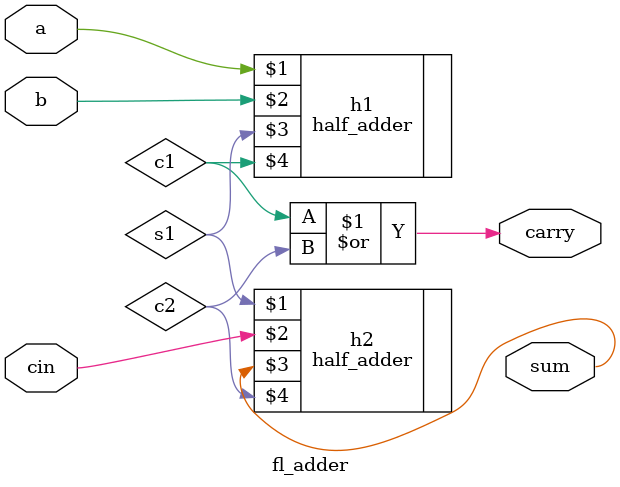
<source format=v>
`timescale 1ns / 1ps


module fl_adder(
    input a,b,cin,
    output sum,carry
    );
    wire s1,c1,c2;
    half_adder h1(a,b,s1,c1);
    half_adder h2(s1,cin,sum,c2);
    or o2(carry,c1,c2);
endmodule
 /*   module half_adder(
        input x,y,
        output s,c
    );
    assign s=x^y;
    assign c=x&y;
    endmodule */

</source>
